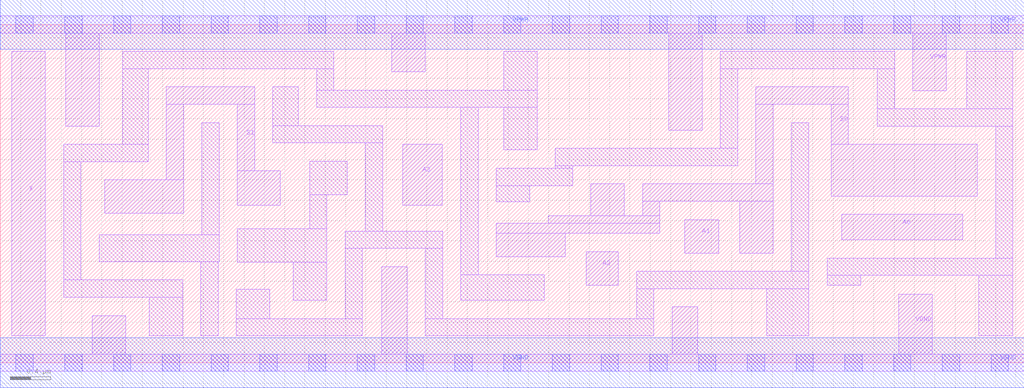
<source format=lef>
# Copyright 2020 The SkyWater PDK Authors
#
# Licensed under the Apache License, Version 2.0 (the "License");
# you may not use this file except in compliance with the License.
# You may obtain a copy of the License at
#
#     https://www.apache.org/licenses/LICENSE-2.0
#
# Unless required by applicable law or agreed to in writing, software
# distributed under the License is distributed on an "AS IS" BASIS,
# WITHOUT WARRANTIES OR CONDITIONS OF ANY KIND, either express or implied.
# See the License for the specific language governing permissions and
# limitations under the License.
#
# SPDX-License-Identifier: Apache-2.0

VERSION 5.7 ;
  NAMESCASESENSITIVE ON ;
  NOWIREEXTENSIONATPIN ON ;
  DIVIDERCHAR "/" ;
  BUSBITCHARS "[]" ;
UNITS
  DATABASE MICRONS 200 ;
END UNITS
MACRO sky130_fd_sc_lp__mux4_lp
  CLASS CORE ;
  SOURCE USER ;
  FOREIGN sky130_fd_sc_lp__mux4_lp ;
  ORIGIN  0.000000  0.000000 ;
  SIZE  10.08000 BY  3.330000 ;
  SYMMETRY X Y R90 ;
  SITE unit ;
  PIN A0
    ANTENNAGATEAREA  0.313000 ;
    DIRECTION INPUT ;
    USE SIGNAL ;
    PORT
      LAYER li1 ;
        RECT 8.285000 1.210000 9.475000 1.460000 ;
    END
  END A0
  PIN A1
    ANTENNAGATEAREA  0.313000 ;
    DIRECTION INPUT ;
    USE SIGNAL ;
    PORT
      LAYER li1 ;
        RECT 6.740000 1.080000 7.075000 1.410000 ;
    END
  END A1
  PIN A2
    ANTENNAGATEAREA  0.313000 ;
    DIRECTION INPUT ;
    USE SIGNAL ;
    PORT
      LAYER li1 ;
        RECT 5.770000 0.765000 6.085000 1.095000 ;
    END
  END A2
  PIN A3
    ANTENNAGATEAREA  0.313000 ;
    DIRECTION INPUT ;
    USE SIGNAL ;
    PORT
      LAYER li1 ;
        RECT 3.965000 1.550000 4.350000 2.150000 ;
    END
  END A3
  PIN S0
    ANTENNAGATEAREA  1.002000 ;
    DIRECTION INPUT ;
    USE SIGNAL ;
    PORT
      LAYER li1 ;
        RECT 4.885000 1.045000 5.565000 1.275000 ;
        RECT 4.885000 1.275000 6.495000 1.375000 ;
        RECT 5.395000 1.375000 6.495000 1.445000 ;
        RECT 5.815000 1.445000 6.145000 1.760000 ;
        RECT 6.325000 1.445000 6.495000 1.590000 ;
        RECT 6.325000 1.590000 7.610000 1.760000 ;
        RECT 7.280000 1.080000 7.610000 1.590000 ;
        RECT 7.440000 1.760000 7.610000 2.545000 ;
        RECT 7.440000 2.545000 8.350000 2.715000 ;
        RECT 8.180000 1.640000 9.620000 2.150000 ;
        RECT 8.180000 2.150000 8.350000 2.545000 ;
    END
  END S0
  PIN S1
    ANTENNAGATEAREA  0.689000 ;
    DIRECTION INPUT ;
    USE SIGNAL ;
    PORT
      LAYER li1 ;
        RECT 1.030000 1.470000 1.805000 1.800000 ;
        RECT 1.635000 1.800000 1.805000 2.545000 ;
        RECT 1.635000 2.545000 2.505000 2.715000 ;
        RECT 2.335000 1.550000 2.755000 1.890000 ;
        RECT 2.335000 1.890000 2.505000 2.545000 ;
    END
  END S1
  PIN X
    ANTENNADIFFAREA  0.404700 ;
    DIRECTION OUTPUT ;
    USE SIGNAL ;
    PORT
      LAYER li1 ;
        RECT 0.115000 0.265000 0.445000 3.065000 ;
    END
  END X
  PIN VGND
    DIRECTION INOUT ;
    USE GROUND ;
    PORT
      LAYER li1 ;
        RECT 0.000000 -0.085000 10.080000 0.085000 ;
        RECT 0.905000  0.085000  1.235000 0.465000 ;
        RECT 3.755000  0.085000  4.005000 0.945000 ;
        RECT 6.615000  0.085000  6.865000 0.550000 ;
        RECT 8.845000  0.085000  9.175000 0.675000 ;
      LAYER mcon ;
        RECT 0.155000 -0.085000 0.325000 0.085000 ;
        RECT 0.635000 -0.085000 0.805000 0.085000 ;
        RECT 1.115000 -0.085000 1.285000 0.085000 ;
        RECT 1.595000 -0.085000 1.765000 0.085000 ;
        RECT 2.075000 -0.085000 2.245000 0.085000 ;
        RECT 2.555000 -0.085000 2.725000 0.085000 ;
        RECT 3.035000 -0.085000 3.205000 0.085000 ;
        RECT 3.515000 -0.085000 3.685000 0.085000 ;
        RECT 3.995000 -0.085000 4.165000 0.085000 ;
        RECT 4.475000 -0.085000 4.645000 0.085000 ;
        RECT 4.955000 -0.085000 5.125000 0.085000 ;
        RECT 5.435000 -0.085000 5.605000 0.085000 ;
        RECT 5.915000 -0.085000 6.085000 0.085000 ;
        RECT 6.395000 -0.085000 6.565000 0.085000 ;
        RECT 6.875000 -0.085000 7.045000 0.085000 ;
        RECT 7.355000 -0.085000 7.525000 0.085000 ;
        RECT 7.835000 -0.085000 8.005000 0.085000 ;
        RECT 8.315000 -0.085000 8.485000 0.085000 ;
        RECT 8.795000 -0.085000 8.965000 0.085000 ;
        RECT 9.275000 -0.085000 9.445000 0.085000 ;
        RECT 9.755000 -0.085000 9.925000 0.085000 ;
      LAYER met1 ;
        RECT 0.000000 -0.245000 10.080000 0.245000 ;
    END
  END VGND
  PIN VPWR
    DIRECTION INOUT ;
    USE POWER ;
    PORT
      LAYER li1 ;
        RECT 0.000000 3.245000 10.080000 3.415000 ;
        RECT 0.645000 2.330000  0.975000 3.245000 ;
        RECT 3.855000 2.865000  4.185000 3.245000 ;
        RECT 6.580000 2.290000  6.910000 3.245000 ;
        RECT 8.985000 2.680000  9.315000 3.245000 ;
      LAYER mcon ;
        RECT 0.155000 3.245000 0.325000 3.415000 ;
        RECT 0.635000 3.245000 0.805000 3.415000 ;
        RECT 1.115000 3.245000 1.285000 3.415000 ;
        RECT 1.595000 3.245000 1.765000 3.415000 ;
        RECT 2.075000 3.245000 2.245000 3.415000 ;
        RECT 2.555000 3.245000 2.725000 3.415000 ;
        RECT 3.035000 3.245000 3.205000 3.415000 ;
        RECT 3.515000 3.245000 3.685000 3.415000 ;
        RECT 3.995000 3.245000 4.165000 3.415000 ;
        RECT 4.475000 3.245000 4.645000 3.415000 ;
        RECT 4.955000 3.245000 5.125000 3.415000 ;
        RECT 5.435000 3.245000 5.605000 3.415000 ;
        RECT 5.915000 3.245000 6.085000 3.415000 ;
        RECT 6.395000 3.245000 6.565000 3.415000 ;
        RECT 6.875000 3.245000 7.045000 3.415000 ;
        RECT 7.355000 3.245000 7.525000 3.415000 ;
        RECT 7.835000 3.245000 8.005000 3.415000 ;
        RECT 8.315000 3.245000 8.485000 3.415000 ;
        RECT 8.795000 3.245000 8.965000 3.415000 ;
        RECT 9.275000 3.245000 9.445000 3.415000 ;
        RECT 9.755000 3.245000 9.925000 3.415000 ;
      LAYER met1 ;
        RECT 0.000000 3.085000 10.080000 3.575000 ;
    END
  END VPWR
  OBS
    LAYER li1 ;
      RECT 0.625000 0.645000 1.795000 0.815000 ;
      RECT 0.625000 0.815000 0.795000 1.980000 ;
      RECT 0.625000 1.980000 1.455000 2.150000 ;
      RECT 0.975000 0.995000 2.155000 1.260000 ;
      RECT 1.205000 2.150000 1.455000 2.895000 ;
      RECT 1.205000 2.895000 3.285000 3.065000 ;
      RECT 1.465000 0.265000 1.795000 0.645000 ;
      RECT 1.975000 0.265000 2.145000 0.995000 ;
      RECT 1.985000 1.260000 2.155000 2.365000 ;
      RECT 2.325000 0.265000 3.565000 0.435000 ;
      RECT 2.325000 0.435000 2.655000 0.725000 ;
      RECT 2.335000 0.990000 3.215000 1.320000 ;
      RECT 2.685000 2.165000 3.765000 2.335000 ;
      RECT 2.685000 2.335000 2.935000 2.715000 ;
      RECT 2.885000 0.615000 3.215000 0.990000 ;
      RECT 3.045000 1.320000 3.215000 1.655000 ;
      RECT 3.045000 1.655000 3.415000 1.985000 ;
      RECT 3.115000 2.515000 5.285000 2.685000 ;
      RECT 3.115000 2.685000 3.285000 2.895000 ;
      RECT 3.395000 0.435000 3.565000 1.125000 ;
      RECT 3.395000 1.125000 4.355000 1.295000 ;
      RECT 3.595000 1.295000 3.765000 2.165000 ;
      RECT 4.185000 0.265000 6.435000 0.435000 ;
      RECT 4.185000 0.435000 4.355000 1.125000 ;
      RECT 4.535000 0.615000 5.355000 0.865000 ;
      RECT 4.535000 0.865000 4.705000 2.515000 ;
      RECT 4.885000 1.585000 5.215000 1.745000 ;
      RECT 4.885000 1.745000 5.635000 1.915000 ;
      RECT 4.955000 2.095000 5.285000 2.515000 ;
      RECT 4.955000 2.685000 5.285000 3.065000 ;
      RECT 5.465000 1.915000 5.635000 1.940000 ;
      RECT 5.465000 1.940000 7.260000 2.110000 ;
      RECT 6.265000 0.435000 6.435000 0.730000 ;
      RECT 6.265000 0.730000 7.960000 0.900000 ;
      RECT 7.090000 2.110000 7.260000 2.895000 ;
      RECT 7.090000 2.895000 8.805000 3.065000 ;
      RECT 7.545000 0.265000 7.960000 0.730000 ;
      RECT 7.790000 0.900000 7.960000 2.365000 ;
      RECT 8.140000 0.765000 8.470000 0.860000 ;
      RECT 8.140000 0.860000 9.970000 1.030000 ;
      RECT 8.635000 2.330000 9.970000 2.500000 ;
      RECT 8.635000 2.500000 8.805000 2.895000 ;
      RECT 9.515000 2.500000 9.970000 3.065000 ;
      RECT 9.635000 0.265000 9.970000 0.860000 ;
      RECT 9.800000 1.030000 9.970000 2.330000 ;
  END
END sky130_fd_sc_lp__mux4_lp

</source>
